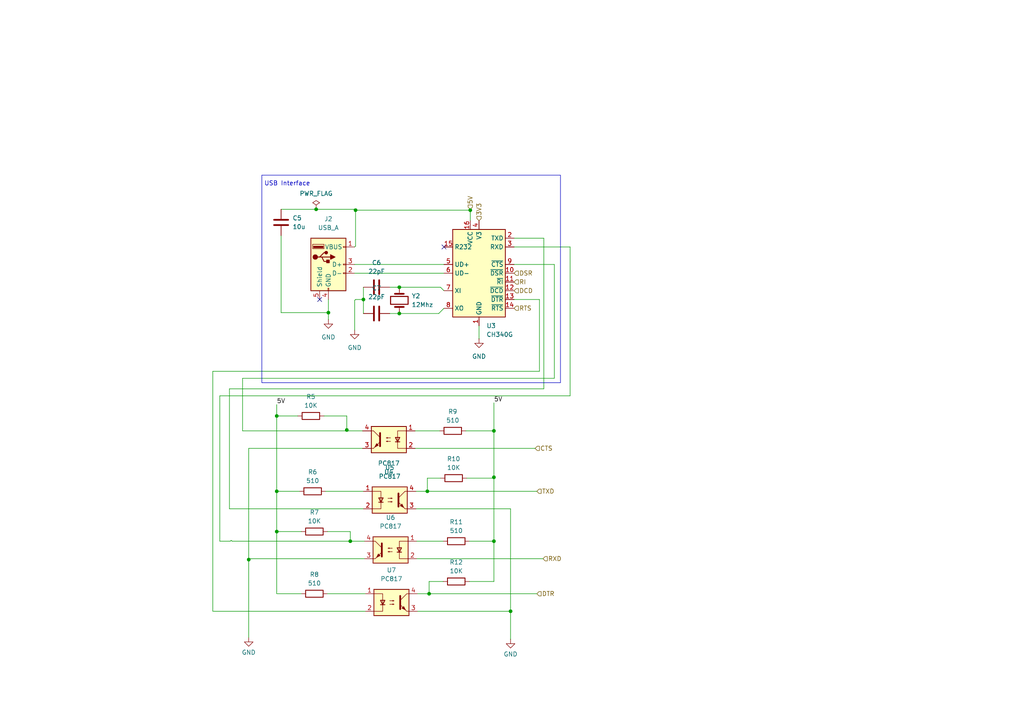
<source format=kicad_sch>
(kicad_sch (version 20250114) (generator "eeschema") (generator_version "9.0")
  (paper "A4")
  (lib_symbols
    (symbol "Connector:USB_A" (pin_names (offset 1.016))
      (property "Reference" "J" (at -5.08 11.43 0))
      (property "Value" "USB_A" (at -5.08 8.89 0))
      (symbol "USB_A_0_1"
        (rectangle (start -5.08 -7.62) (end 5.08 7.62) (stroke (width 0.254)) (fill (type background)))
        (circle (center -3.81 2.159) (radius 0.635) (stroke (width 0.254)) (fill (type outline)))
        (polyline (pts (xy -3.175 2.159) (xy -2.54 2.159) (xy -1.27 3.429) (xy -0.635 3.429)) (stroke (width 0.254)))
        (polyline (pts (xy -2.54 2.159) (xy -1.905 2.159) (xy -1.27 0.889) (xy 0 0.889)) (stroke (width 0.254)))
        (rectangle (start -1.524 4.826) (end -4.318 5.334) (fill (type outline)))
        (rectangle (start -1.27 4.572) (end -4.572 5.842))
        (circle (center -0.635 3.429) (radius 0.381) (stroke (width 0.254)) (fill (type outline)))
        (rectangle (start -0.127 -7.62) (end 0.127 -6.858))
        (rectangle (start 0.254 1.27) (end -0.508 0.508) (stroke (width 0.254)) (fill (type outline)))
        (polyline (pts (xy 0.635 2.794) (xy 0.635 1.524) (xy 1.905 2.159) (xy 0.635 2.794)) (stroke (width 0.254)) (fill (type outline)))
        (rectangle (start 5.08 4.953) (end 4.318 5.207))
        (rectangle (start 5.08 -0.127) (end 4.318 0.127))
        (rectangle (start 5.08 -2.667) (end 4.318 -2.413))
      )
      (symbol "USB_A_1_1"
        (polyline (pts (xy -1.905 2.159) (xy 0.635 2.159)) (stroke (width 0.254)))
        (pin passive line (at -2.54 -10.16 90) (length 2.54) (name "Shield") (number "5"))
        (pin power_in line (at 0 -10.16 90) (length 2.54) (name "GND") (number "4"))
        (pin power_in line (at 7.62 5.08 180) (length 2.54) (name "VBUS") (number "1"))
        (pin bidirectional line (at 7.62 0 180) (length 2.54) (name "D+") (number "3"))
        (pin bidirectional line (at 7.62 -2.54 180) (length 2.54) (name "D-") (number "2"))
      )
    )
    (symbol "Device:C" (pin_numbers (hide yes)) (pin_names (offset 0.254))
      (property "Reference" "C" (at 0.635 2.54 0))
      (property "Value" "C" (at 0.635 -2.54 0))
      (symbol "C_0_1"
        (polyline (pts (xy -2.032 0.762) (xy 2.032 0.762)) (stroke (width 0.508)))
        (polyline (pts (xy -2.032 -0.762) (xy 2.032 -0.762)) (stroke (width 0.508)))
      )
      (symbol "C_1_1"
        (pin passive line (at 0 3.81 270) (length 2.794) (name "~") (number "1"))
        (pin passive line (at 0 -3.81 90) (length 2.794) (name "~") (number "2"))
      )
    )
    (symbol "Device:Crystal" (pin_numbers (hide yes)) (pin_names (offset 1.016) (hide yes))
      (property "Reference" "Y" (at 0 3.81 0))
      (property "Value" "Crystal" (at 0 -3.81 0))
      (symbol "Crystal_0_1"
        (polyline (pts (xy -2.54 0) (xy -1.905 0)))
        (polyline (pts (xy -1.905 -1.27) (xy -1.905 1.27)) (stroke (width 0.508)))
        (rectangle (start -1.143 2.54) (end 1.143 -2.54) (stroke (width 0.3048)))
        (polyline (pts (xy 1.905 -1.27) (xy 1.905 1.27)) (stroke (width 0.508)))
        (polyline (pts (xy 2.54 0) (xy 1.905 0)))
      )
      (symbol "Crystal_1_1"
        (pin passive line (at -3.81 0 0) (length 1.27) (name "1") (number "1"))
        (pin passive line (at 3.81 0 180) (length 1.27) (name "2") (number "2"))
      )
    )
    (symbol "Device:R" (pin_numbers (hide yes)) (pin_names (offset 0))
      (property "Reference" "R" (at 2.032 0 90))
      (property "Value" "R" (at 0 0 90))
      (symbol "R_0_1"
        (rectangle (start -1.016 -2.54) (end 1.016 2.54) (stroke (width 0.254)))
      )
      (symbol "R_1_1"
        (pin passive line (at 0 3.81 270) (length 1.27) (name "~") (number "1"))
        (pin passive line (at 0 -3.81 90) (length 1.27) (name "~") (number "2"))
      )
    )
    (symbol "Interface_USB:CH340G"
      (property "Reference" "U" (at -5.08 13.97 0))
      (property "Value" "CH340G" (at 1.27 13.97 0))
      (symbol "CH340G_0_1"
        (rectangle (start -7.62 12.7) (end 7.62 -12.7) (stroke (width 0.254)) (fill (type background)))
      )
      (symbol "CH340G_1_1"
        (pin input line (at -10.16 7.62 0) (length 2.54) (name "R232") (number "15"))
        (pin bidirectional line (at -10.16 2.54 0) (length 2.54) (name "UD+") (number "5"))
        (pin bidirectional line (at -10.16 0 0) (length 2.54) (name "UD-") (number "6"))
        (pin input line (at -10.16 -5.08 0) (length 2.54) (name "XI") (number "7"))
        (pin output line (at -10.16 -10.16 0) (length 2.54) (name "XO") (number "8"))
        (pin power_in line (at -2.54 15.24 270) (length 2.54) (name "VCC") (number "16"))
        (pin power_out line (at 0 15.24 270) (length 2.54) (name "V3") (number "4"))
        (pin power_in line (at 0 -15.24 90) (length 2.54) (name "GND") (number "1"))
        (pin output line (at 10.16 10.16 180) (length 2.54) (name "TXD") (number "2"))
        (pin input line (at 10.16 7.62 180) (length 2.54) (name "RXD") (number "3"))
        (pin input line (at 10.16 2.54 180) (length 2.54) (name "~{CTS}") (number "9"))
        (pin input line (at 10.16 0 180) (length 2.54) (name "~{DSR}") (number "10"))
        (pin input line (at 10.16 -2.54 180) (length 2.54) (name "~{RI}") (number "11"))
        (pin input line (at 10.16 -5.08 180) (length 2.54) (name "~{DCD}") (number "12"))
        (pin output line (at 10.16 -7.62 180) (length 2.54) (name "~{DTR}") (number "13"))
        (pin output line (at 10.16 -10.16 180) (length 2.54) (name "~{RTS}") (number "14"))
      )
    )
    (symbol "Isolator:PC817" (pin_names (offset 1.016))
      (property "Reference" "U" (at -5.08 5.08 0))
      (property "Value" "PC817" (at 0 5.08 0))
      (symbol "PC817_0_1"
        (rectangle (start -5.08 3.81) (end 5.08 -3.81) (stroke (width 0.254)) (fill (type background)))
        (polyline (pts (xy -5.08 2.54) (xy -2.54 2.54) (xy -2.54 -0.635)))
        (polyline (pts (xy -3.175 -0.635) (xy -1.905 -0.635)) (stroke (width 0.254)))
        (polyline (pts (xy -2.54 -0.635) (xy -2.54 -2.54) (xy -5.08 -2.54)))
        (polyline (pts (xy -2.54 -0.635) (xy -3.175 0.635) (xy -1.905 0.635) (xy -2.54 -0.635)) (stroke (width 0.254)))
        (polyline (pts (xy -0.508 0.508) (xy 0.762 0.508) (xy 0.381 0.381) (xy 0.381 0.635) (xy 0.762 0.508)))
        (polyline (pts (xy -0.508 -0.508) (xy 0.762 -0.508) (xy 0.381 -0.635) (xy 0.381 -0.381) (xy 0.762 -0.508)))
        (polyline (pts (xy 2.54 1.905) (xy 2.54 -1.905)) (stroke (width 0.508)))
        (polyline (pts (xy 2.54 0.635) (xy 4.445 2.54)))
        (polyline (pts (xy 3.048 -1.651) (xy 3.556 -1.143) (xy 4.064 -2.159) (xy 3.048 -1.651)) (fill (type outline)))
        (polyline (pts (xy 4.445 2.54) (xy 5.08 2.54)))
        (polyline (pts (xy 4.445 -2.54) (xy 2.54 -0.635)) (fill (type outline)))
        (polyline (pts (xy 4.445 -2.54) (xy 5.08 -2.54)))
      )
      (symbol "PC817_1_1"
        (pin passive line (at -7.62 2.54 0) (length 2.54) (name "~") (number "1"))
        (pin passive line (at -7.62 -2.54 0) (length 2.54) (name "~") (number "2"))
        (pin passive line (at 7.62 2.54 180) (length 2.54) (name "~") (number "4"))
        (pin passive line (at 7.62 -2.54 180) (length 2.54) (name "~") (number "3"))
      )
    )
    (symbol "power:GND" (power) (pin_numbers (hide yes)) (pin_names (offset 0) (hide yes))
      (property "Value" "GND" (at 0 -3.81 0))
      (symbol "GND_0_1"
        (polyline (pts (xy 0 0) (xy 0 -1.27) (xy 1.27 -1.27) (xy 0 -2.54) (xy -1.27 -1.27) (xy 0 -1.27)))
      )
      (symbol "GND_1_1"
        (pin power_in line (at 0 0 270) (length 0) (name "~") (number "1"))
      )
    )
    (symbol "power:PWR_FLAG" (power) (pin_numbers (hide yes)) (pin_names (offset 0) (hide yes))
      (property "Value" "PWR_FLAG" (at 0 3.81 0))
      (symbol "PWR_FLAG_0_0"
        (pin power_out line (at 0 0 90) (length 0) (name "~") (number "1"))
      )
      (symbol "PWR_FLAG_0_1"
        (polyline (pts (xy 0 0) (xy 0 1.27) (xy -1.016 1.905) (xy 0 2.54) (xy 1.016 1.905) (xy 0 1.27)))
      )
    )
  )
  (rectangle (start 75.946 50.8) (end 162.56 110.998))
  (text "USB Interface" (at 83.312 53.34 0) (effects (font (size 1.27 1.27))))
  (junction (at 143.256 156.972))
  (junction (at 80.264 120.65))
  (junction (at 143.256 124.968))
  (junction (at 123.952 142.494))
  (junction (at 103.124 60.96))
  (junction (at 72.136 162.306))
  (junction (at 136.398 60.96))
  (junction (at 124.46 172.212))
  (junction (at 148.082 177.292))
  (junction (at 80.264 154.178))
  (junction (at 101.6 156.972))
  (junction (at 80.264 142.494))
  (junction (at 105.41 86.868))
  (junction (at 143.256 138.43))
  (junction (at 95.25 90.678))
  (junction (at 100.584 124.714))
  (junction (at 91.694 60.706))
  (junction (at 115.824 90.932))
  (junction (at 115.824 83.312))
  (no_connect (at 92.71 86.868))
  (no_connect (at 128.778 71.628))
  (wire (pts (xy 103.124 60.96) (xy 103.124 71.374)))
  (wire (pts (xy 136.398 60.96) (xy 136.398 64.008)))
  (wire (pts (xy 101.6 156.972) (xy 67.31 156.972)))
  (wire (pts (xy 81.534 60.706) (xy 91.694 60.706)))
  (wire (pts (xy 105.41 86.868) (xy 103.124 86.868)))
  (wire (pts (xy 72.136 130.048) (xy 105.156 130.048)))
  (wire (pts (xy 63.754 114.808) (xy 63.754 156.972)))
  (wire (pts (xy 72.136 162.306) (xy 72.136 184.912)))
  (wire (pts (xy 165.354 71.628) (xy 165.354 114.808)))
  (wire (pts (xy 138.938 94.488) (xy 138.938 98.298)))
  (wire (pts (xy 143.256 138.43) (xy 143.256 156.972)))
  (wire (pts (xy 80.264 172.212) (xy 87.376 172.212)))
  (wire (pts (xy 80.264 142.494) (xy 86.868 142.494)))
  (wire (pts (xy 156.464 86.868) (xy 156.464 107.696)))
  (wire (pts (xy 120.904 156.972) (xy 128.524 156.972)))
  (wire (pts (xy 123.952 138.684) (xy 127.762 138.684)))
  (wire (pts (xy 66.548 147.574) (xy 105.41 147.574)))
  (wire (pts (xy 105.664 156.972) (xy 101.6 156.972)))
  (wire (pts (xy 143.256 116.84) (xy 143.256 124.968)))
  (wire (pts (xy 123.952 142.494) (xy 155.702 142.494)))
  (wire (pts (xy 61.722 177.292) (xy 105.918 177.292)))
  (wire (pts (xy 143.256 124.968) (xy 143.256 138.43)))
  (wire (pts (xy 102.87 87.122) (xy 102.87 95.758)))
  (wire (pts (xy 120.904 162.052) (xy 157.48 162.052)))
  (wire (pts (xy 103.124 60.96) (xy 102.87 60.706)))
  (wire (pts (xy 149.098 76.708) (xy 160.782 76.708)))
  (wire (pts (xy 70.358 124.968) (xy 100.584 124.968)))
  (wire (pts (xy 127.254 90.932) (xy 128.778 89.408)))
  (wire (pts (xy 63.754 156.972) (xy 66.802 156.972)))
  (wire (pts (xy 81.534 90.678) (xy 95.25 90.678)))
  (wire (pts (xy 80.264 120.65) (xy 80.264 142.494)))
  (wire (pts (xy 66.548 112.776) (xy 66.548 147.574)))
  (wire (pts (xy 120.65 142.494) (xy 123.952 142.494)))
  (wire (pts (xy 135.128 124.968) (xy 143.256 124.968)))
  (wire (pts (xy 120.396 124.968) (xy 127.508 124.968)))
  (wire (pts (xy 66.802 156.972) (xy 67.056 156.718)))
  (wire (pts (xy 100.584 124.714) (xy 100.584 124.968)))
  (wire (pts (xy 81.534 68.326) (xy 81.534 90.678)))
  (wire (pts (xy 136.398 60.706) (xy 136.398 60.96)))
  (wire (pts (xy 102.87 79.248) (xy 128.778 79.248)))
  (wire (pts (xy 143.002 138.684) (xy 143.256 138.43)))
  (wire (pts (xy 149.098 71.628) (xy 165.354 71.628)))
  (wire (pts (xy 94.996 172.212) (xy 105.918 172.212)))
  (wire (pts (xy 100.838 124.968) (xy 100.584 124.714)))
  (wire (pts (xy 121.158 172.212) (xy 124.46 172.212)))
  (wire (pts (xy 61.722 107.696) (xy 156.464 107.696)))
  (wire (pts (xy 143.256 156.972) (xy 143.256 168.656)))
  (wire (pts (xy 120.396 130.048) (xy 155.194 130.048)))
  (wire (pts (xy 124.46 168.656) (xy 128.524 168.656)))
  (wire (pts (xy 72.39 162.052) (xy 72.136 162.306)))
  (wire (pts (xy 157.734 69.088) (xy 157.734 112.776)))
  (wire (pts (xy 115.824 90.932) (xy 127.254 90.932)))
  (wire (pts (xy 148.082 147.574) (xy 148.082 177.292)))
  (wire (pts (xy 113.03 90.932) (xy 115.824 90.932)))
  (wire (pts (xy 121.158 177.292) (xy 148.082 177.292)))
  (wire (pts (xy 102.87 76.708) (xy 128.778 76.708)))
  (wire (pts (xy 70.358 109.728) (xy 160.782 109.728)))
  (wire (pts (xy 94.488 142.494) (xy 105.41 142.494)))
  (wire (pts (xy 105.664 162.052) (xy 72.39 162.052)))
  (wire (pts (xy 80.264 117.348) (xy 80.264 120.65)))
  (wire (pts (xy 72.136 130.048) (xy 72.136 162.306)))
  (wire (pts (xy 91.694 60.706) (xy 102.87 60.706)))
  (wire (pts (xy 103.124 86.868) (xy 102.87 87.122)))
  (wire (pts (xy 61.722 107.696) (xy 61.722 177.292)))
  (wire (pts (xy 94.996 154.178) (xy 101.6 154.178)))
  (wire (pts (xy 67.056 156.718) (xy 67.31 156.972)))
  (wire (pts (xy 105.41 86.868) (xy 105.41 90.932)))
  (wire (pts (xy 103.124 71.374) (xy 102.87 71.628)))
  (wire (pts (xy 136.398 60.96) (xy 103.124 60.96)))
  (wire (pts (xy 105.156 124.968) (xy 100.838 124.968)))
  (wire (pts (xy 100.584 120.65) (xy 100.584 124.714)))
  (wire (pts (xy 149.098 69.088) (xy 157.734 69.088)))
  (wire (pts (xy 124.46 172.212) (xy 155.702 172.212)))
  (wire (pts (xy 80.264 154.178) (xy 87.376 154.178)))
  (wire (pts (xy 148.082 177.292) (xy 148.082 185.42)))
  (wire (pts (xy 93.98 120.65) (xy 100.584 120.65)))
  (wire (pts (xy 105.41 83.312) (xy 105.41 86.868)))
  (wire (pts (xy 136.144 168.656) (xy 143.256 168.656)))
  (wire (pts (xy 113.03 83.312) (xy 115.824 83.312)))
  (wire (pts (xy 80.264 154.178) (xy 80.264 172.212)))
  (wire (pts (xy 160.782 76.708) (xy 160.782 109.728)))
  (wire (pts (xy 80.264 120.65) (xy 86.36 120.65)))
  (wire (pts (xy 124.46 168.656) (xy 124.46 172.212)))
  (wire (pts (xy 115.824 83.312) (xy 127.762 83.312)))
  (wire (pts (xy 95.25 90.678) (xy 95.25 92.71)))
  (wire (pts (xy 80.264 142.494) (xy 80.264 154.178)))
  (wire (pts (xy 136.144 156.972) (xy 143.256 156.972)))
  (wire (pts (xy 95.25 86.868) (xy 95.25 90.678)))
  (wire (pts (xy 120.65 147.574) (xy 148.082 147.574)))
  (wire (pts (xy 149.098 86.868) (xy 156.464 86.868)))
  (wire (pts (xy 66.548 112.776) (xy 157.734 112.776)))
  (wire (pts (xy 70.358 109.728) (xy 70.358 124.968)))
  (wire (pts (xy 135.382 138.684) (xy 143.002 138.684)))
  (wire (pts (xy 127.762 83.312) (xy 128.778 84.328)))
  (wire (pts (xy 101.6 154.178) (xy 101.6 156.972)))
  (wire (pts (xy 123.952 138.684) (xy 123.952 142.494)))
  (wire (pts (xy 63.754 114.808) (xy 165.354 114.808)))
  (label "5V" (at 80.264 117.348 0))
  (label "5V" (at 143.256 116.84 0))
  (hierarchical_label "RI" (shape input) (at 149.098 81.788 0))
  (hierarchical_label "3V3" (shape input) (at 138.938 64.008 90))
  (hierarchical_label "RTS" (shape input) (at 149.098 89.408 0))
  (hierarchical_label "CTS" (shape input) (at 155.194 130.048 0))
  (hierarchical_label "5V" (shape input) (at 136.398 60.706 90))
  (hierarchical_label "DSR" (shape input) (at 149.098 79.248 0))
  (hierarchical_label "TXD" (shape input) (at 155.702 142.494 0))
  (hierarchical_label "DCD" (shape input) (at 149.098 84.328 0))
  (hierarchical_label "RXD" (shape input) (at 157.48 162.052 0))
  (hierarchical_label "DTR" (shape input) (at 155.702 172.212 0))
  (symbol (lib_id "Device:R") (at 132.334 168.656 90) (unit 1)
    (property "Reference" "R12" (at 132.334 163.068 90))
    (property "Value" "10K" (at 132.334 165.608 90))
    (property "Footprint" "Resistor_THT:R_Axial_DIN0207_L6.3mm_D2.5mm_P7.62mm_Horizontal" (effects (hide yes)))
    (property "Description" "Resistor" (effects (hide yes)))
  )
  (symbol (lib_id "power:GND") (at 138.938 98.298 0) (unit 1)
    (property "Reference" "#PWR010" (effects (hide yes)))
    (property "Value" "GND" (at 138.938 103.378 0))
    (property "Description" "Power symbol creates a global label with name \"GND\" , ground" (effects (hide yes)))
  )
  (symbol (lib_id "Device:R") (at 91.186 154.178 90) (unit 1)
    (property "Reference" "R7" (at 91.186 148.59 90))
    (property "Value" "10K" (at 91.186 151.13 90))
    (property "Footprint" "Resistor_THT:R_Axial_DIN0207_L6.3mm_D2.5mm_P7.62mm_Horizontal" (effects (hide yes)))
    (property "Description" "Resistor" (effects (hide yes)))
  )
  (symbol (lib_id "Isolator:PC817") (at 113.284 159.512 0) (mirror y) (unit 1)
    (property "Reference" "U6" (at 113.284 150.114 0))
    (property "Value" "PC817" (at 113.284 152.654 0))
    (property "Footprint" "Package_DIP:DIP-4_W7.62mm" (effects (hide yes)))
    (property "Datasheet" "http://www.soselectronic.cz/a_info/resource/d/pc817.pdf" (effects (hide yes)))
    (property "Description" "DC Optocoupler, Vce 35V, CTR 50-300%, DIP-4" (effects (hide yes)))
  )
  (symbol (lib_id "Device:Crystal") (at 115.824 87.122 270) (unit 1)
    (property "Reference" "Y2" (at 119.38 85.8519 90) (effects (justify left)))
    (property "Value" "12Mhz" (at 119.38 88.3919 90) (effects (justify left)))
    (property "Footprint" "Crystal:Crystal_HC18-U_Vertical" (effects (hide yes)))
    (property "Description" "Two pin crystal" (effects (hide yes)))
  )
  (symbol (lib_id "Connector:USB_A") (at 95.25 76.708 0) (unit 1)
    (property "Reference" "J2" (at 95.25 63.5 0))
    (property "Value" "USB_A" (at 95.25 66.04 0))
    (property "Footprint" "Connector_USB:USB_A_Connfly_DS1095" (effects (hide yes)))
    (property "Description" "USB Type A connector" (effects (hide yes)))
  )
  (symbol (lib_id "Device:C") (at 109.22 90.932 90) (unit 1)
    (property "Reference" "C7" (at 109.22 83.566 90))
    (property "Value" "22pF" (at 109.22 86.106 90))
    (property "Footprint" "Capacitor_THT:C_Disc_D3.0mm_W1.6mm_P2.50mm" (effects (hide yes)))
    (property "Description" "Unpolarized capacitor" (effects (hide yes)))
  )
  (symbol (lib_id "Device:R") (at 131.572 138.684 90) (unit 1)
    (property "Reference" "R10" (at 131.572 133.096 90))
    (property "Value" "10K" (at 131.572 135.636 90))
    (property "Footprint" "Resistor_THT:R_Axial_DIN0207_L6.3mm_D2.5mm_P7.62mm_Horizontal" (effects (hide yes)))
    (property "Description" "Resistor" (effects (hide yes)))
  )
  (symbol (lib_id "Device:R") (at 90.17 120.65 90) (unit 1)
    (property "Reference" "R5" (at 90.17 115.062 90))
    (property "Value" "10K" (at 90.17 117.602 90))
    (property "Footprint" "Resistor_THT:R_Axial_DIN0207_L6.3mm_D2.5mm_P7.62mm_Horizontal" (effects (hide yes)))
    (property "Description" "Resistor" (effects (hide yes)))
  )
  (symbol (lib_id "Device:R") (at 131.318 124.968 90) (unit 1)
    (property "Reference" "R9" (at 131.318 119.38 90))
    (property "Value" "510" (at 131.318 121.92 90))
    (property "Footprint" "Resistor_THT:R_Axial_DIN0207_L6.3mm_D2.5mm_P7.62mm_Horizontal" (effects (hide yes)))
    (property "Description" "Resistor" (effects (hide yes)))
  )
  (symbol (lib_id "Isolator:PC817") (at 113.538 174.752 0) (unit 1)
    (property "Reference" "U7" (at 113.538 165.354 0))
    (property "Value" "PC817" (at 113.538 167.894 0))
    (property "Footprint" "Package_DIP:DIP-4_W7.62mm" (effects (hide yes)))
    (property "Datasheet" "http://www.soselectronic.cz/a_info/resource/d/pc817.pdf" (effects (hide yes)))
    (property "Description" "DC Optocoupler, Vce 35V, CTR 50-300%, DIP-4" (effects (hide yes)))
  )
  (symbol (lib_id "Isolator:PC817") (at 113.03 145.034 0) (unit 1)
    (property "Reference" "U5" (at 113.03 135.636 0))
    (property "Value" "PC817" (at 113.03 138.176 0))
    (property "Footprint" "Package_DIP:DIP-4_W7.62mm" (effects (hide yes)))
    (property "Datasheet" "http://www.soselectronic.cz/a_info/resource/d/pc817.pdf" (effects (hide yes)))
    (property "Description" "DC Optocoupler, Vce 35V, CTR 50-300%, DIP-4" (effects (hide yes)))
  )
  (symbol (lib_id "power:GND") (at 148.082 185.42 0) (unit 1)
    (property "Reference" "#PWR013" (effects (hide yes)))
    (property "Value" "GND" (at 148.082 189.738 0))
    (property "Description" "Power symbol creates a global label with name \"GND\" , ground" (effects (hide yes)))
  )
  (symbol (lib_id "Device:R") (at 132.334 156.972 90) (unit 1)
    (property "Reference" "R11" (at 132.334 151.384 90))
    (property "Value" "510" (at 132.334 153.924 90))
    (property "Footprint" "Resistor_THT:R_Axial_DIN0207_L6.3mm_D2.5mm_P7.62mm_Horizontal" (effects (hide yes)))
    (property "Description" "Resistor" (effects (hide yes)))
  )
  (symbol (lib_id "power:GND") (at 102.87 95.758 0) (unit 1)
    (property "Reference" "#PWR011" (effects (hide yes)))
    (property "Value" "GND" (at 102.87 100.838 0))
    (property "Description" "Power symbol creates a global label with name \"GND\" , ground" (effects (hide yes)))
  )
  (symbol (lib_id "Device:R") (at 90.678 142.494 90) (unit 1)
    (property "Reference" "R6" (at 90.678 136.906 90))
    (property "Value" "510" (at 90.678 139.446 90))
    (property "Footprint" "Resistor_THT:R_Axial_DIN0207_L6.3mm_D2.5mm_P7.62mm_Horizontal" (effects (hide yes)))
    (property "Description" "Resistor" (effects (hide yes)))
  )
  (symbol (lib_id "Device:C") (at 81.534 64.516 0) (unit 1)
    (property "Reference" "C5" (at 84.836 63.2459 0) (effects (justify left)))
    (property "Value" "10u" (at 84.836 65.7859 0) (effects (justify left)))
    (property "Footprint" "Capacitor_THT:C_Radial_D4.0mm_H5.0mm_P1.50mm" (effects (hide yes)))
    (property "Description" "Unpolarized capacitor" (effects (hide yes)))
  )
  (symbol (lib_id "Interface_USB:CH340G") (at 138.938 79.248 0) (unit 1)
    (property "Reference" "U3" (at 141.0813 94.488 0) (effects (justify left)))
    (property "Value" "CH340G" (at 141.0813 97.028 0) (effects (justify left)))
    (property "Footprint" "Package_SO:SOIC-16_3.9x9.9mm_P1.27mm" (effects (hide yes)))
    (property "Datasheet" "http://www.datasheet5.com/pdf-local-2195953" (effects (hide yes)))
    (property "Description" "USB serial converter, UART, SOIC-16" (effects (hide yes)))
  )
  (symbol (lib_id "Device:C") (at 109.22 83.312 90) (unit 1)
    (property "Reference" "C6" (at 109.22 76.2 90))
    (property "Value" "22pF" (at 109.22 78.74 90))
    (property "Footprint" "Capacitor_THT:C_Disc_D3.0mm_W1.6mm_P2.50mm" (effects (hide yes)))
    (property "Description" "Unpolarized capacitor" (effects (hide yes)))
  )
  (symbol (lib_id "power:PWR_FLAG") (at 91.694 60.706 0) (unit 1)
    (property "Reference" "#FLG03" (effects (hide yes)))
    (property "Value" "PWR_FLAG" (at 91.694 56.134 0))
    (property "Description" "Special symbol for telling ERC where power comes from" (effects (hide yes)))
  )
  (symbol (lib_id "Device:R") (at 91.186 172.212 90) (unit 1)
    (property "Reference" "R8" (at 91.186 166.624 90))
    (property "Value" "510" (at 91.186 169.164 90))
    (property "Footprint" "Resistor_THT:R_Axial_DIN0207_L6.3mm_D2.5mm_P7.62mm_Horizontal" (effects (hide yes)))
    (property "Description" "Resistor" (effects (hide yes)))
  )
  (symbol (lib_id "power:GND") (at 72.136 184.912 0) (unit 1)
    (property "Reference" "#PWR012" (effects (hide yes)))
    (property "Value" "GND" (at 72.136 189.23 0))
    (property "Description" "Power symbol creates a global label with name \"GND\" , ground" (effects (hide yes)))
  )
  (symbol (lib_id "power:GND") (at 95.25 92.71 0) (unit 1)
    (property "Reference" "#PWR09" (effects (hide yes)))
    (property "Value" "GND" (at 95.25 97.79 0))
    (property "Description" "Power symbol creates a global label with name \"GND\" , ground" (effects (hide yes)))
  )
  (symbol (lib_id "Isolator:PC817") (at 112.776 127.508 0) (mirror y) (unit 1)
    (property "Reference" "U4" (at 112.776 136.906 0))
    (property "Value" "PC817" (at 112.776 134.366 0))
    (property "Footprint" "Package_DIP:DIP-4_W7.62mm" (effects (hide yes)))
    (property "Datasheet" "http://www.soselectronic.cz/a_info/resource/d/pc817.pdf" (effects (hide yes)))
    (property "Description" "DC Optocoupler, Vce 35V, CTR 50-300%, DIP-4" (effects (hide yes)))
  )
)
</source>
